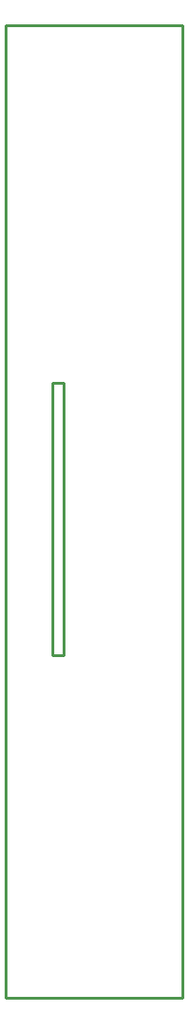
<source format=gko>
G04 Layer: BoardOutlineLayer*
G04 EasyEDA v6.5.5, 2022-05-12 14:51:26*
G04 adf74ae4be104b6fa4aa75e98640d5de,defc1f93b7bc4f92b0c06f3051cee8fa,10*
G04 Gerber Generator version 0.2*
G04 Scale: 100 percent, Rotated: No, Reflected: No *
G04 Dimensions in millimeters *
G04 leading zeros omitted , absolute positions ,4 integer and 5 decimal *
%FSLAX45Y45*%
%MOMM*%

%ADD10C,0.2540*%
D10*
X-799998Y4399991D02*
G01*
X799998Y4399991D01*
X799998Y-4399991D01*
X-799998Y-4399991D01*
X-799998Y4399991D01*
X-381000Y1168400D02*
G01*
X-279400Y1168400D01*
X-279400Y1168400D02*
G01*
X-279400Y-1295400D01*
X-279400Y-1295400D02*
G01*
X-381000Y-1295400D01*
X-381000Y-1295400D02*
G01*
X-381000Y1168400D01*

%LPD*%
M02*

</source>
